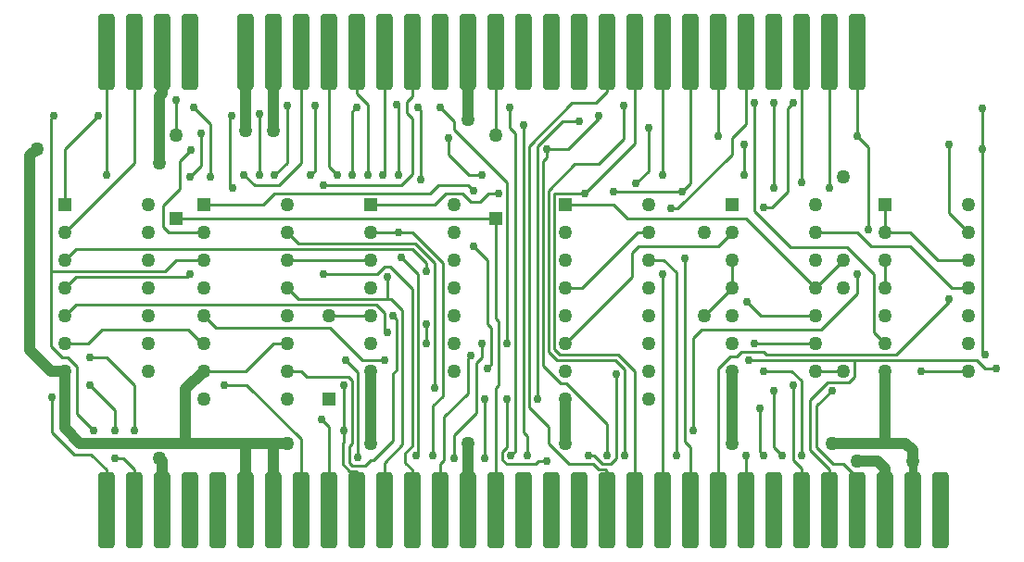
<source format=gbl>
G04*
G04  File:            NEMOBUSTODIVIDE-V1.2.GBL, Fri Sep 19 01:12:35 2025*
G04  Source:          P-CAD 2006 PCB, Version 19.02.958, (D:\PCAD-2006\Projects\Pentagon-4096\Hardware\NemoBusToDivIDE-v1.2.PCB)*
G04  Format:          Gerber Format (RS-274-D), ASCII*
G04*
G04  Format Options:  Absolute Positioning*
G04                   Leading-Zero Suppression*
G04                   Scale Factor 1:1*
G04                   NO Circular Interpolation*
G04                   Inch Units*
G04                   Numeric Format: 4.4 (XXXX.XXXX)*
G04                   G54 NOT Used for Aperture Change*
G04                   Apertures Embedded*
G04*
G04  File Options:    Offset = (0.0mil,0.0mil)*
G04                   Drill Symbol Size = 80.0mil*
G04                   No Pad/Via Holes*
G04*
G04  File Contents:   Pads*
G04                   Vias*
G04                   No Designators*
G04                   No Types*
G04                   No Values*
G04                   No Drill Symbols*
G04                   Bottom*
G04*
%INNEMOBUSTODIVIDE-V1.2.GBL*%
%ICAS*%
%MOIN*%
G04*
G04  Aperture MACROs for general use --- invoked via D-code assignment *
G04*
G04  General MACRO for flashed round with rotation and/or offset hole *
%AMROTOFFROUND*
1,1,$1,0.0000,0.0000*
1,0,$2,$3,$4*%
G04*
G04  General MACRO for flashed oval (obround) with rotation and/or offset hole *
%AMROTOFFOVAL*
21,1,$1,$2,0.0000,0.0000,$3*
1,1,$4,$5,$6*
1,1,$4,0-$5,0-$6*
1,0,$7,$8,$9*%
G04*
G04  General MACRO for flashed oval (obround) with rotation and no hole *
%AMROTOVALNOHOLE*
21,1,$1,$2,0.0000,0.0000,$3*
1,1,$4,$5,$6*
1,1,$4,0-$5,0-$6*%
G04*
G04  General MACRO for flashed rectangle with rotation and/or offset hole *
%AMROTOFFRECT*
21,1,$1,$2,0.0000,0.0000,$3*
1,0,$4,$5,$6*%
G04*
G04  General MACRO for flashed rectangle with rotation and no hole *
%AMROTRECTNOHOLE*
21,1,$1,$2,0.0000,0.0000,$3*%
G04*
G04  General MACRO for flashed rounded-rectangle *
%AMROUNDRECT*
21,1,$1,$2-$4,0.0000,0.0000,$3*
21,1,$1-$4,$2,0.0000,0.0000,$3*
1,1,$4,$5,$6*
1,1,$4,$7,$8*
1,1,$4,0-$5,0-$6*
1,1,$4,0-$7,0-$8*
1,0,$9,$10,$11*%
G04*
G04  General MACRO for flashed rounded-rectangle with rotation and no hole *
%AMROUNDRECTNOHOLE*
21,1,$1,$2-$4,0.0000,0.0000,$3*
21,1,$1-$4,$2,0.0000,0.0000,$3*
1,1,$4,$5,$6*
1,1,$4,$7,$8*
1,1,$4,0-$5,0-$6*
1,1,$4,0-$7,0-$8*%
G04*
G04  General MACRO for flashed regular polygon *
%AMREGPOLY*
5,1,$1,0.0000,0.0000,$2,$3+$4*
1,0,$5,$6,$7*%
G04*
G04  General MACRO for flashed regular polygon with no hole *
%AMREGPOLYNOHOLE*
5,1,$1,0.0000,0.0000,$2,$3+$4*%
G04*
G04  General MACRO for target *
%AMTARGET*
6,0,0,$1,$2,$3,4,$4,$5,$6*%
G04*
G04  General MACRO for mounting hole *
%AMMTHOLE*
1,1,$1,0,0*
1,0,$2,0,0*
$1=$1-$2*
$1=$1/2*
21,1,$2+$1,$3,0,0,$4*
21,1,$3,$2+$1,0,0,$4*%
G04*
G04*
G04  D10 : "Ellipse X10.0mil Y10.0mil H0.0mil 0.0deg (0.0mil,0.0mil) Draw"*
G04  Disc: OuterDia=0.0100*
%ADD10C, 0.0100*%
G04  D11 : "Ellipse X30.7mil Y30.7mil H0.0mil 0.0deg (0.0mil,0.0mil) Draw"*
G04  Disc: OuterDia=0.0307*
%ADD11C, 0.0307*%
G04  D12 : "Ellipse X40.0mil Y40.0mil H0.0mil 0.0deg (0.0mil,0.0mil) Draw"*
G04  Disc: OuterDia=0.0400*
%ADD12C, 0.0400*%
G04  D13 : "Ellipse X5.0mil Y5.0mil H0.0mil 0.0deg (0.0mil,0.0mil) Draw"*
G04  Disc: OuterDia=0.0050*
%ADD13C, 0.0050*%
G04  D14 : "Ellipse X6.0mil Y6.0mil H0.0mil 0.0deg (0.0mil,0.0mil) Draw"*
G04  Disc: OuterDia=0.0060*
%ADD14C, 0.0060*%
G04  D15 : "Ellipse X7.0mil Y7.0mil H0.0mil 0.0deg (0.0mil,0.0mil) Draw"*
G04  Disc: OuterDia=0.0070*
%ADD15C, 0.0070*%
G04  D16 : "Ellipse X9.8mil Y9.8mil H0.0mil 0.0deg (0.0mil,0.0mil) Draw"*
G04  Disc: OuterDia=0.0098*
%ADD16C, 0.0098*%
G04  D17 : "Ellipse X133.0mil Y133.0mil H0.0mil 0.0deg (0.0mil,0.0mil) Flash"*
G04  Disc: OuterDia=0.1330*
%ADD17C, 0.1330*%
G04  D18 : "Ellipse X50.0mil Y50.0mil H0.0mil 0.0deg (0.0mil,0.0mil) Flash"*
G04  Disc: OuterDia=0.0500*
%ADD18C, 0.0500*%
G04  D19 : "Ellipse X65.0mil Y65.0mil H0.0mil 0.0deg (0.0mil,0.0mil) Flash"*
G04  Disc: OuterDia=0.0650*
%ADD19C, 0.0650*%
G04  D20 : "Mounting Hole X118.0mil Y118.0mil H0.0mil 0.0deg (0.0mil,0.0mil) Flash"*
G04  Mounting Hole: Diameter=0.1180, Rotation=0.0, LineWidth=0.0050 *
%ADD20MTHOLE, 0.1180 X0.0980 X0.0050 X0.0*%
G04  D21 : "Rounded Rectangle X61.5mil Y275.6mil H0.0mil 0.0deg (0.0mil,0.0mil) Flash"*
G04  RoundRct: DimX=0.0615, DimY=0.2756, CornerRad=0.0154, Rotation=0.0, OffsetX=0.0000, OffsetY=0.0000, HoleDia=0.0000 *
%ADD21ROUNDRECTNOHOLE, 0.0615 X0.2756 X0.0 X0.0308 X-0.0154 X-0.1224 X-0.0154 X0.1224*%
G04  D22 : "Rounded Rectangle X76.5mil Y290.6mil H0.0mil 0.0deg (0.0mil,0.0mil) Flash"*
G04  RoundRct: DimX=0.0765, DimY=0.2906, CornerRad=0.0191, Rotation=0.0, OffsetX=0.0000, OffsetY=0.0000, HoleDia=0.0000 *
%ADD22ROUNDRECTNOHOLE, 0.0765 X0.2906 X0.0 X0.0382 X-0.0191 X-0.1262 X-0.0191 X0.1262*%
G04  D23 : "Rectangle X50.0mil Y50.0mil H0.0mil 0.0deg (0.0mil,0.0mil) Flash"*
G04  Square: Side=0.0500, Rotation=0.0, OffsetX=0.0000, OffsetY=0.0000, HoleDia=0.0000*
%ADD23R, 0.0500 X0.0500*%
G04  D24 : "Rectangle X65.0mil Y65.0mil H0.0mil 0.0deg (0.0mil,0.0mil) Flash"*
G04  Square: Side=0.0650, Rotation=0.0, OffsetX=0.0000, OffsetY=0.0000, HoleDia=0.0000*
%ADD24R, 0.0650 X0.0650*%
G04  D25 : "Ellipse X30.0mil Y30.0mil H0.0mil 0.0deg (0.0mil,0.0mil) Flash"*
G04  Disc: OuterDia=0.0300*
%ADD25C, 0.0300*%
G04  D26 : "Ellipse X45.0mil Y45.0mil H0.0mil 0.0deg (0.0mil,0.0mil) Flash"*
G04  Disc: OuterDia=0.0450*
%ADD26C, 0.0450*%
G04*
%FSLAX44Y44*%
%SFA1B1*%
%OFA0.0000B0.0000*%
G04*
G70*
G90*
G01*
D2*
%LNBottom*%
D10*
X50050Y41300*
X50850Y40500D1*
D2*
D12*
X50500Y43500*
X50000D1*
X49250Y44250*
D2*
D10*
X50400Y44000*
X50000Y44400D1*
X50600Y44000D2*
X50400D1*
X50900Y45900D2*
X50500Y45500D1*
X50900Y46900D2*
X50500Y46500D1*
X50900Y47900D2*
X50500Y47500D1*
D2*
D12*
X49250Y51250*
X49500Y51500D1*
D2*
D10*
X50000Y52600*
X50100Y52700D1*
X52600Y40350D2*
X53000Y39950D1*
X52300Y40350D2*
X52600D1*
X51450Y40500D2*
X52000Y39950D1*
X51400Y44000D2*
X52000D1*
X53000Y43000*
X51400D2*
X52300Y42100D1*
D2*
D12*
X55500Y43500*
X54850Y42850D1*
D2*
D10*
X55450Y44500*
X55500D1*
X55950Y45050D2*
X55500Y45500D1*
X54500Y47500D2*
X55500D1*
X54100Y47100D2*
X54500Y47500D1*
X54900Y46900D2*
X55000Y47000D1*
X54250Y48500D2*
X55500D1*
X54050Y48700D2*
X54250Y48500D1*
X54050Y49450D2*
Y48700D1*
X54650Y50050D2*
X54050Y49450D1*
X55400Y50900D2*
X55000Y50500D1*
X56450Y50200D2*
X56550Y50100D1*
X54650Y51050D2*
X55050Y51450D1*
X54500Y53250D2*
Y52000D1*
X55750Y52400D2*
X55150Y53000D1*
X56450Y52650D2*
X56500Y52700D1*
D2*
D12*
X58500Y40900*
X58000D1*
D2*
D10*
Y44500*
X58500D1*
X59000Y43500D2*
X58500D1*
X59200Y43300D2*
X59000Y43500D1*
X58900Y46100D2*
X58500Y46500D1*
X58900Y48100D2*
X58500Y48500D1*
X58050Y49900D2*
X57650Y49500D1*
X59500Y50700D2*
X59350Y50550D1*
X57350Y50200D2*
X58200D1*
X60550Y40950D2*
X60500Y40900D1*
X60750Y40800D2*
X60850Y40900D1*
X61600Y40300D2*
X61500D1*
X62300Y41000D2*
X61600Y40300D1*
X60550Y41350D2*
Y40950D1*
X61500Y40300D2*
X61300Y40100D1*
X62750Y40550D2*
Y40200D1*
X62650Y40850D2*
X62000Y40200D1*
X60850Y40100D2*
X60750Y40200D1*
Y40800*
X61300Y40100D2*
X60850D1*
X60750Y39900D2*
X61000D1*
X60500Y40150D2*
X60750Y39900D1*
X60500Y40900D2*
Y40150D1*
X60850Y43150D2*
X60700Y43300D1*
X62450Y43550D2*
X62300Y43400D1*
X60600Y43900D2*
X61050Y43450D1*
X62000Y43900D2*
X61200D1*
X62000Y45600D2*
X61700Y45900D1*
X62100Y46900D2*
Y46100D1*
X62250*
X62650Y45700*
X62300Y45500D2*
X62450Y45350D1*
X62000Y47250D2*
X62200D1*
X61750Y47000D2*
X62000Y47250D1*
X62500Y48500D2*
X61500D1*
X62000Y50600D2*
X61950Y50550D1*
X60850Y52850D2*
X61000Y53000D1*
X61400Y53100D2*
X61000Y53500D1*
X62800Y52800D2*
Y53200D1*
X62500Y53050D2*
X62450Y53100D1*
X63200Y40500D2*
X63150Y40450D1*
X64500Y41200D2*
Y40350D1*
X64150Y41850D2*
Y40300D1*
X64000Y40150*
X65850Y43750D2*
X65700Y43600D1*
X65500Y44500D2*
Y43996D1*
X65300Y43796D2*
X65500Y43996D1*
X64100Y42600D2*
X63750Y42250D1*
X65000Y43950D2*
Y42700D1*
Y43950D2*
X65100Y44050D1*
X63500Y47100D2*
Y47400D1*
X65700Y45200D2*
X65850Y45050D1*
X65700Y47500D2*
Y45200D1*
X63950Y50200D2*
X63650Y49900D1*
X64200D2*
X63800Y49500D1*
X65000Y50200D2*
X65200Y50000D1*
X65000Y50200D2*
X63950D1*
X65100Y49600D2*
X64800Y49900D1*
X65450Y49600D2*
X65100D1*
X65750Y49900D2*
X65450Y49600D1*
X64800Y49900D2*
X64200D1*
X65500Y50550D2*
X65050D1*
X64300Y51300D2*
Y51900D1*
X64500Y52500D2*
Y52200D1*
X64000Y53000D2*
X64500Y52500D1*
X63300Y52900D2*
X63200Y53000D1*
D2*
D12*
X65000Y55150*
Y55000D1*
D2*
D10*
X67000Y41300*
X67150Y41150D1*
X66400Y40750D2*
X66250Y40600D1*
X66700D2*
X66550Y40450D1*
X67150Y41150D2*
Y40450D1*
X67550Y40250D2*
X67850D1*
X67450Y40150D2*
X67550Y40250D1*
X66400Y40150D2*
X67450D1*
X66250Y40300D2*
X66400Y40150D1*
X66250Y40600D2*
Y40300D1*
X67900Y40900D2*
Y41500D1*
X68650Y40150D2*
X67900Y40900D1*
X68100Y44300D2*
X68300Y44100D1*
X67900Y44200D2*
X68200Y43900D1*
X68350Y43050D2*
X68550D1*
X67700Y43700D2*
X68350Y43050D1*
X67850Y51200D2*
X67700Y51050D1*
X67850Y51500D2*
Y51200D1*
Y51500D2*
X68600D1*
X68400Y52500D2*
X67500Y51600D1*
X67200D2*
X68750Y53150D1*
X66500Y53000D2*
Y52250D1*
X66700Y52050*
X70000Y41600D2*
Y40450D1*
X69850Y40150D2*
X70150D1*
X69350Y40450D2*
X69550D1*
X69850Y40150*
X70150D2*
X70350Y40350D1*
X70000Y39900D2*
X69950Y39950D1*
X69700D2*
X69500Y40150D1*
X69950Y39950D2*
X69700D1*
X70400Y44100D2*
X71000Y43500D1*
X70300Y43900D2*
X70650Y43550D1*
X70900Y46900D2*
Y47750D1*
X71500Y50700D2*
X71050Y50250D1*
X70250Y49500D2*
X70750Y49000D1*
X71100Y48500D2*
X71500D1*
X69700Y52600D2*
Y52700D1*
X70600Y53050D2*
Y51850D1*
X69600Y53150D2*
X70000Y53550D1*
X72800Y40950D2*
X73000Y40750D1*
X74425Y44025D2*
X74000Y43600D1*
X74675Y44025D2*
X74425D1*
X74850Y44200D2*
X74675Y44025D1*
X72050Y47500D2*
X72500Y47050D1*
X74500Y47500D2*
Y46500D1*
X73500Y45500*
X72700Y49950D2*
X73000Y50250D1*
X72300Y49350D2*
X72550D1*
X74500Y51300D2*
Y51900D1*
X75500Y40600D2*
X75650Y40450D1*
X76000Y40750D2*
X76300Y40450D1*
X76700Y40300D2*
X77000Y40000D1*
X76650Y43500D2*
X75650D1*
X77000Y43150D2*
X76650Y43500D1*
X75300Y44500D2*
X77500D1*
X75750Y44100D2*
X75650Y44200D1*
X75550Y45500D2*
X77500D1*
X75050Y46000D2*
X75550Y45500D1*
X76500Y49950D2*
X75950Y49400D1*
X75650*
X76500Y52950D2*
X76700Y53150D1*
X79000Y39650D2*
X78500Y40150D1*
D2*
D12*
X80750Y40900*
X80000D1*
X79750Y40250D2*
X80000Y40000D1*
X79000Y40250D2*
X79750D1*
D2*
D10*
X78500Y40150*
X78150D1*
X78900Y43300D2*
X78700Y43100D1*
X78900Y43900D2*
Y43300D1*
X79600Y44900D2*
X80000Y44500D1*
Y47500D2*
Y46500D1*
X79000Y46300D2*
Y47000D1*
X80000Y48500D2*
Y49500D1*
Y48500D2*
X80900D1*
X79000Y51950D2*
X79400Y51550D1*
X81300Y43500D2*
X83000D1*
X83300Y43900D2*
X83600Y43600D1*
X83500Y44200D2*
X83600Y44100D1*
X83000Y46500D2*
X82400D1*
X81900Y47500D2*
X83000D1*
X82300Y46000D2*
Y46100D1*
X83000Y48500D2*
X82300Y49200D1*
X83500Y51500D2*
Y52950D1*
X50000Y44400D2*
Y47100D1*
D2*
D12*
X50500Y43500*
Y41450D1*
D2*
D10*
X50050Y42550*
Y41300D1*
X51350Y44500D2*
X51850Y45000D1*
X52300Y42100D2*
Y41350D1*
X53000Y43000D2*
Y41350D1*
Y39950D2*
Y38500D1*
X52000Y39950D2*
Y38500D1*
Y50550D2*
Y55000D1*
X53000Y51000D2*
Y55000D1*
X54950Y45000D2*
X55450Y44500D1*
D2*
D12*
X54850Y42850*
Y40900D1*
D2*
D10*
X55400Y52050*
Y50900D1*
X54650Y51050D2*
Y50050D1*
X55750Y52400D2*
Y50500D1*
X56450Y52650D2*
Y50200D1*
D2*
D12*
X58000Y40900*
Y38500D1*
D2*
D10*
X57050Y43000*
X59000Y41050D1*
Y38500D2*
Y41050D1*
X58200Y50200D2*
X59000Y51000D1*
X59500Y53050D2*
Y50700D1*
D2*
D12*
X58000Y52150*
Y55000D1*
D2*
D10*
X57500Y52750*
Y50550D1*
X58500Y53050D2*
Y51000D1*
X58050Y50550*
X59000Y55000D2*
Y51000D1*
X60850Y40900D2*
Y43150D1*
X62000Y45000D2*
X62100Y44900D1*
X62000Y45000D2*
Y45600D1*
X62300Y43400D2*
Y41000D1*
X62450Y45350D2*
Y43550D1*
D2*
D12*
X61500Y40900*
Y43500D1*
D2*
D10*
X61050Y43450*
Y40400D1*
X60550Y41350D2*
Y43000D1*
X61200Y43900D2*
X60050Y45050D1*
X62650Y45700D2*
Y40850D1*
X62000Y40200D2*
Y38500D1*
X61000Y39900D2*
Y38500D1*
X62000Y50600D2*
Y55000D1*
X60850Y52850D2*
Y50550D1*
X61400D2*
Y53100D1*
X62500Y50550D2*
Y53050D1*
X61000Y55000D2*
Y53500D1*
X63500Y45200D2*
Y44500D1*
X64100Y47400D2*
Y42600D1*
X65300Y42000D2*
X64500Y41200D1*
X65200Y48000D2*
X65700Y47500D1*
X63800Y47400D2*
X63100Y48100D1*
X63800Y42900D2*
Y47400D1*
X65850Y45050D2*
Y43750D1*
X65300Y43796D2*
Y42000D1*
X65000Y42700D2*
X64150Y41850D1*
D2*
D12*
X65000Y40900*
Y38500D1*
D2*
D10*
X63200Y47000*
Y40500D1*
X63750Y42250D2*
Y40450D1*
X65600Y42500D2*
Y40350D1*
X64000Y38500D2*
Y40150D1*
X64300Y51300D2*
X65050Y50550D1*
X63300Y52900D2*
Y50400D1*
D2*
D12*
X65000Y52550*
Y55000D1*
D2*
D10*
X67900Y41500*
X67200Y42200D1*
X66400Y42500D2*
Y40750D1*
X66100Y45300D2*
Y43000D1*
D2*
D12*
X68500Y40900*
Y42500D1*
D2*
D10*
X68850Y50950*
X67900Y50000D1*
X69100Y46500D2*
X71100Y48500D1*
X70900Y47750D2*
X71150Y48000D1*
X70650Y43550D2*
Y40450D1*
X71000Y38500D2*
Y43500D1*
X70350Y43400D2*
Y40350D1*
X70000Y38500D2*
Y39900D1*
X71500Y52250D2*
Y50700D1*
X69200Y49900D2*
X71000Y51700D1*
X70600Y51850D2*
X69700Y50950D1*
X71000Y55000D2*
Y51700D1*
X70000Y53550D2*
Y55000D1*
X72800Y47550D2*
Y40950D1*
X74000Y48000D2*
X74500Y48500D1*
X73100Y44700D2*
X73400Y45000D1*
X73100Y41350D2*
Y44700D1*
D2*
D12*
X74500Y40900*
Y43500D1*
D2*
D10*
X72500Y47050*
Y40450D1*
X73000Y38500D2*
Y40750D1*
X74000Y38500D2*
Y43600D1*
X73000Y50250D2*
Y55000D1*
X74000D2*
Y51950D1*
X75300Y49250D2*
X76600Y47950D1*
X75500Y42150D2*
Y40600D1*
X76000Y42800D2*
Y40750D1*
X77000Y40450D2*
Y43150D1*
X76700Y43000D2*
Y40300D1*
X77000Y38500D2*
Y40000D1*
X77550Y40750D2*
Y42250D1*
X77300Y42450D2*
Y40650D1*
X76000Y53150D2*
Y50100D1*
X76500Y52950D2*
Y49950D1*
X77000Y50300D2*
Y55000D1*
X79500Y48000D2*
X79000Y48500D1*
X80900Y48000D2*
X79500D1*
X78650Y47950D2*
X79600Y47000D1*
Y44900*
D2*
D12*
X80000Y40900*
Y43500D1*
D2*
D10*
X79000Y38500*
Y39650D1*
D2*
D12*
X80000Y40000*
Y38500D1*
D2*
D10*
X79000Y55000*
Y51950D1*
D2*
D12*
X49250Y44250*
Y51250D1*
D2*
D10*
X50000Y52600*
Y47100D1*
X50500Y49500D2*
Y51500D1*
X67200Y42200D2*
Y51600D1*
X67500D2*
Y42500D1*
X68100Y49900D2*
Y44300D1*
X67900Y50000D2*
Y44200D1*
X67700Y51050D2*
Y43700D1*
X67000Y52350D2*
Y41300D1*
X66400Y50300D2*
Y44500D1*
X66700Y52050D2*
Y40600D1*
X72550Y49350D2*
X74500Y51300D1*
X75300Y53150D2*
Y49250D1*
X79400Y51550D2*
Y48600D1*
X82300Y49200D2*
Y51650D1*
X83500Y51500D2*
Y44200D1*
X60000Y41500D2*
X59750Y41750D1*
D2*
D12*
X57000Y40900*
X58000D1*
X57000D2*
X54850D1*
X50500Y41450D2*
X51050Y40900D1*
X54850*
X54000Y40250D2*
X53900Y40350D1*
D2*
D10*
X50850Y40500*
X51450D1*
X57000Y43500D2*
X58000Y44500D1*
X55500Y43500D2*
X57000D1*
X50500Y44500D2*
X51350D1*
X60700Y43300D2*
X59200D1*
X50950Y43650D2*
X50600Y44000D1*
X56250Y43000D2*
X57050D1*
X54900Y46900D2*
X50900D1*
X50000Y47100D2*
X54100D1*
X60050Y45050D2*
X55950D1*
X56950Y50550D2*
X57350Y50200D1*
X57650Y49500D2*
X55500D1*
X60300Y50550D2*
X60000Y50850D1*
X50500Y51500D2*
X51700Y52700D1*
D2*
D12*
X53900Y53400*
X54000Y53500D1*
D2*
D10*
X63000Y40800*
X62750Y40550D1*
X69500Y40150D2*
X68650D1*
X62750Y40200D2*
X63000Y39950D1*
X68300Y44100D2*
X70400D1*
X68200Y43900D2*
X70300D1*
X66100Y43000D2*
X66000Y42900D1*
X71500Y47500D2*
X72050D1*
X63500Y47400D2*
X63000Y47900D1*
X62600Y47600D2*
X63200Y47000D1*
X68500Y46500D2*
X69100D1*
X66000Y45400D2*
X66100Y45300D1*
X62200Y47250D2*
X63000Y46450D1*
X62600Y50200D2*
X63000Y50600D1*
X62500Y48500D2*
X63000D1*
X68500Y49500D2*
X70250D1*
X69200Y49900D2*
X68100D1*
X66100D2*
X65750D1*
X72700Y49950D2*
X70250D1*
X68600Y51500D2*
X69700Y52600D1*
X63000D2*
X62800Y52800D1*
Y53200D2*
X63000Y53400D1*
X69000Y52500D2*
X68400D1*
X68750Y53150D2*
X69600D1*
D2*
D11*
X81000Y40250*
Y39724D1*
D2*
D12*
Y40650*
X80750Y40900D1*
X81000Y40250D2*
Y40650D1*
X78100Y40900D2*
X80000D1*
D2*
D10*
X78150Y40150*
X77550Y40750D1*
X77300Y40650D2*
X78000Y39950D1*
X78700Y43100D2*
X77950D1*
X77500Y43500D2*
X78500D1*
X83300Y43900D2*
X78900D1*
X75100D2*
X78900D1*
X80400Y44100D2*
X75750D1*
X75650Y44200D2*
X74850D1*
X83600Y43600D2*
X84000D1*
X77950Y43100D2*
X77300Y42450D1*
X77550Y42250D2*
X78100Y42800D1*
X77500Y46500D2*
X78500Y47500D1*
X79000Y48500D2*
X77500D1*
X74500Y51900D2*
X75000Y52400D1*
X51850Y45000D2*
X54950D1*
D2*
D12*
X57000Y40900*
Y38500D1*
D2*
D10*
X50950Y41950*
X51550Y41350D1*
X50950Y41950D2*
Y43650D1*
X60000Y38500D2*
Y41500D1*
D2*
D12*
X54000Y40250*
Y38500D1*
X57000Y52150D2*
Y55000D1*
D2*
D10*
X60000*
Y50850D1*
D2*
D12*
X54000Y53500*
Y55000D1*
X53900Y51000D2*
Y53400D1*
D2*
D10*
X63000Y48500*
X64100Y47400D1*
X68500Y44500D2*
X70900Y46900D1*
X68550Y43050D2*
X70000Y41600D1*
X66000Y42900D2*
Y38500D1*
Y49000D2*
Y45400D1*
X63000Y46450D2*
Y40800D1*
X72000Y47000D2*
Y38500D1*
X63000Y39950D2*
Y38500D1*
X66000Y55000D2*
Y52000D1*
X69700Y50950D2*
X68850D1*
X63000Y50600D2*
Y52600D1*
X64500Y52200D2*
X66400Y50300D1*
X63000Y55000D2*
Y53400D1*
X72000Y50550D2*
Y55000D1*
X82400Y46500D2*
X80900Y48000D1*
Y48500D2*
X81900Y47500D1*
D2*
D11*
X81000Y39724*
Y38500D1*
D2*
D10*
X75000Y49000*
X77500Y46500D1*
X76600Y47950D2*
X78650D1*
X77700Y45000D2*
X79000Y46300D1*
X82300Y46000D2*
X80400Y44100D1*
X75000Y38500D2*
Y40450D1*
X78000Y39950D2*
Y38500D1*
X74950Y50550D2*
Y51650D1*
X75000Y55000D2*
Y52400D1*
X78000Y50100D2*
Y55000D1*
X50500Y48500D2*
X53000Y51000D1*
X58500Y47500D2*
X61500D1*
X60000Y45500D2*
X61500D1*
X62100Y46100D2*
X58900D1*
X59800Y47000D2*
X61750D1*
X63100Y48100D2*
X58900D1*
X63800Y49500D2*
X61500D1*
X63650Y49900D2*
X58050D1*
X59800Y50200D2*
X62600D1*
X70750Y49000D2*
X75000D1*
X71150Y48000D2*
X74000D1*
X73400Y45000D2*
X77700D1*
X61700Y45900D2*
X50900D1*
X63000Y47900D2*
X50900D1*
X66000Y49000D2*
X54500D1*
D2*
D25*
X50050Y42550D3*
D18*
X49500Y51500D3*
D25*
X50100Y52700D3*
X52300Y41350D3*
X53000D3*
X52300Y40350D3*
X51550Y41350D3*
X51400Y44000D3*
Y43000D3*
X52000Y50550D3*
X51700Y52700D3*
X56250Y43000D3*
X55000Y47000D3*
X55750Y50500D3*
X55000D3*
X56550Y50100D3*
X55400Y52050D3*
X55050Y51450D3*
X55150Y53000D3*
X54500Y53250D3*
X56500Y52700D3*
X59750Y41750D3*
D18*
X58500Y40900D3*
D25*
X57500Y50550D3*
X58050D3*
X59350D3*
X58500Y53050D3*
X59500D3*
D18*
X58000Y52150D3*
D25*
X57500Y52750D3*
X60550Y41350D3*
D18*
X61500Y40900D3*
D25*
X61050Y40400D3*
X62000Y43900D3*
X60550Y43000D3*
X60600Y43900D3*
X62600Y47600D3*
X62100Y46900D3*
X62300Y45500D3*
X61400Y50550D3*
X62500Y48500D3*
Y50550D3*
X60300D3*
X60850D3*
X61950D3*
X61000Y53000D3*
X62450Y53100D3*
D18*
X65000Y40900D3*
D25*
X63750Y40450D3*
X64500Y40350D3*
X65600D3*
X63500Y44500D3*
X65700Y43600D3*
X65600Y42500D3*
X63800Y42900D3*
X65100Y44050D3*
X65500Y44500D3*
X63500Y47100D3*
X63300Y50400D3*
X65500Y50550D3*
X65200Y50000D3*
D18*
X65000Y52550D3*
D25*
X64300Y51900D3*
X64000Y53000D3*
D18*
X68500Y40900D3*
D25*
X66550Y40450D3*
X67150D3*
X67850Y40250D3*
X66400Y44500D3*
X67500Y42500D3*
X66400D3*
X67850Y51500D3*
X67000Y52350D3*
X66500Y53000D3*
X69350Y40450D3*
X70000D3*
X70650D3*
X70350Y43400D3*
X71050Y50250D3*
X70250Y49950D3*
X71500Y52250D3*
X69700Y52700D3*
X70600Y53050D3*
X73100Y41350D3*
D18*
X74500Y40900D3*
D25*
X72500Y40450D3*
X72800Y47550D3*
X72700Y49950D3*
X72300Y49350D3*
X74000Y51950D3*
X75650Y40450D3*
X76300D3*
X77000D3*
X75650Y43500D3*
X76700Y43000D3*
X75300Y44500D3*
X76000Y42800D3*
X77000Y50300D3*
X76000Y50100D3*
X75650Y49400D3*
X76000Y53150D3*
X75300D3*
X76700D3*
D18*
X79000Y40250D3*
D25*
Y47000D3*
X79400Y48600D3*
X79000Y51950D3*
X81300Y43500D3*
X83600Y44100D3*
X82300Y46100D3*
X83500Y51500D3*
X82300Y51650D3*
X83500Y52950D3*
D20*
D25*
X62100Y44900D3*
X63500Y45200D3*
X65200Y48000D3*
D18*
X73500Y45500D3*
Y48500D3*
D25*
X75500Y42150D3*
D18*
X78500Y43500D3*
Y46500D3*
Y47500D3*
Y50500D3*
X53900Y40350D3*
X58500Y42500D3*
X55500D3*
D25*
X59800Y47000D3*
X56950Y50550D3*
X59800Y50200D3*
D18*
X57000Y52150D3*
D25*
X63150Y40450D3*
X72000Y47000D3*
Y50550D3*
X69200Y49900D3*
X66100D3*
X69000Y52500D3*
X63200Y53000D3*
D18*
X81000Y40250D3*
D25*
X75000Y40450D3*
D18*
X78100Y40900D3*
D25*
Y42800D3*
X75100Y43900D3*
X84000Y43600D3*
X75050Y46000D3*
X78000Y50100D3*
X74950Y50550D3*
Y51650D3*
D23*
X60000Y42500D3*
D18*
Y45500D3*
X53900Y51000D3*
X50500Y45500D3*
Y44500D3*
Y47500D3*
Y48500D3*
X53500Y44500D3*
Y45500D3*
Y48500D3*
Y47500D3*
X50500Y46500D3*
Y43500D3*
D23*
Y49500D3*
D18*
X53500Y43500D3*
Y46500D3*
Y49500D3*
X55500Y45500D3*
Y44500D3*
Y47500D3*
Y48500D3*
X58500Y44500D3*
Y45500D3*
Y48500D3*
Y47500D3*
X55500Y46500D3*
Y43500D3*
D23*
Y49500D3*
D18*
X58500Y43500D3*
Y46500D3*
Y49500D3*
D23*
X54500Y49000D3*
D18*
Y52000D3*
X68500Y42500D3*
Y45500D3*
Y44500D3*
Y47500D3*
Y48500D3*
X71500Y42500D3*
Y44500D3*
Y45500D3*
Y48500D3*
Y47500D3*
X68500Y46500D3*
Y43500D3*
D23*
Y49500D3*
D18*
X71500Y43500D3*
Y46500D3*
Y49500D3*
D23*
X66000Y49000D3*
D18*
Y52000D3*
X74500Y45500D3*
Y44500D3*
Y47500D3*
Y48500D3*
X77500Y44500D3*
Y45500D3*
Y48500D3*
Y47500D3*
X74500Y46500D3*
Y43500D3*
D23*
Y49500D3*
D18*
X77500Y43500D3*
Y46500D3*
Y49500D3*
X80000Y45500D3*
Y44500D3*
Y47500D3*
Y48500D3*
X83000Y44500D3*
Y45500D3*
Y48500D3*
Y47500D3*
X80000Y46500D3*
Y43500D3*
D23*
Y49500D3*
D18*
X83000Y43500D3*
Y46500D3*
Y49500D3*
X61500Y45500D3*
Y44500D3*
Y47500D3*
Y48500D3*
X64500Y44500D3*
Y45500D3*
Y48500D3*
Y47500D3*
X61500Y46500D3*
Y43500D3*
D23*
Y49500D3*
D18*
X64500Y43500D3*
Y46500D3*
Y49500D3*
D21*
X78000Y55000D3*
X79000D3*
X75000D3*
X76000D3*
X77000D3*
X72000D3*
X73000D3*
X74000D3*
X69000D3*
X70000D3*
X71000D3*
X66000D3*
X67000D3*
X68000D3*
X63000D3*
X64000D3*
X65000D3*
X60000D3*
X61000D3*
X62000D3*
X57000D3*
X58000D3*
X59000D3*
X54000D3*
X55000D3*
X52000D3*
X53000D3*
X52000Y38500D3*
X54000D3*
X55000D3*
X57000D3*
X58000D3*
X60000D3*
X61000D3*
X63000D3*
X64000D3*
X66000D3*
X67000D3*
X69000D3*
X70000D3*
X72000D3*
X73000D3*
X75000D3*
X76000D3*
X78000D3*
X79000D3*
X81000D3*
X82000D3*
X53000D3*
X56000D3*
X59000D3*
X62000D3*
X65000D3*
X68000D3*
X71000D3*
X74000D3*
X77000D3*
X80000D3*
D02M02*

</source>
